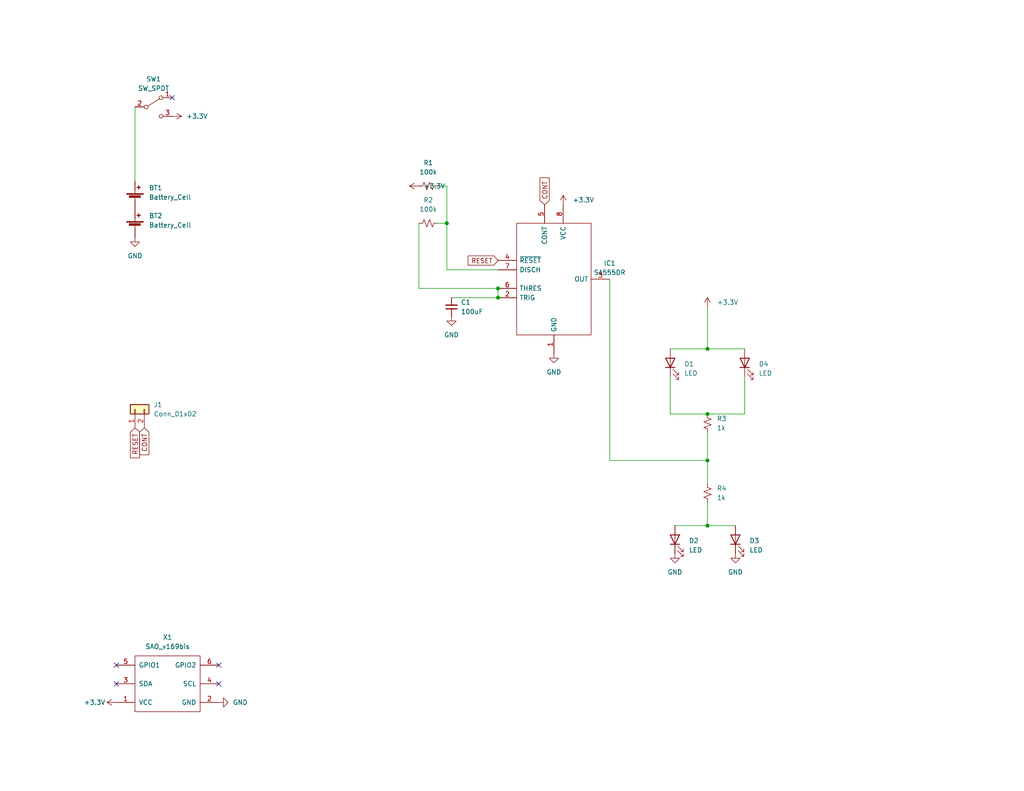
<source format=kicad_sch>
(kicad_sch (version 20211123) (generator eeschema)

  (uuid f5261355-6239-4f6d-9d25-d9a09e5e3f18)

  (paper "USLetter")

  (title_block
    (title "SANS Hackfest")
    (date "2022-10-01")
    (rev "Rev0")
    (company "BadgePirates")
    (comment 1 "555 timer")
  )

  (lib_symbols
    (symbol "BadgePiratesSymbols:Badgelife_sao_connector_v169bis" (pin_names (offset 1.016)) (in_bom yes) (on_board yes)
      (property "Reference" "X" (id 0) (at 0 0 0)
        (effects (font (size 1.27 1.27)))
      )
      (property "Value" "Badgelife_sao_connector_v169bis" (id 1) (at 0 20.32 0)
        (effects (font (size 1.27 1.27)))
      )
      (property "Footprint" "" (id 2) (at 0 5.08 0)
        (effects (font (size 1.27 1.27)) hide)
      )
      (property "Datasheet" "" (id 3) (at 0 5.08 0)
        (effects (font (size 1.27 1.27)) hide)
      )
      (symbol "Badgelife_sao_connector_v169bis_0_1"
        (rectangle (start -7.62 8.89) (end 7.62 -8.89)
          (stroke (width 0) (type default) (color 0 0 0 0))
          (fill (type none))
        )
      )
      (symbol "Badgelife_sao_connector_v169bis_1_1"
        (pin input line (at -5.08 13.97 270) (length 5.08)
          (name "VCC" (effects (font (size 1.27 1.27))))
          (number "1" (effects (font (size 1.27 1.27))))
        )
        (pin input line (at -5.08 -13.97 90) (length 5.08)
          (name "GND" (effects (font (size 1.27 1.27))))
          (number "2" (effects (font (size 1.27 1.27))))
        )
        (pin input line (at 0 13.97 270) (length 5.08)
          (name "SDA" (effects (font (size 1.27 1.27))))
          (number "3" (effects (font (size 1.27 1.27))))
        )
        (pin input line (at 0 -13.97 90) (length 5.08)
          (name "SCL" (effects (font (size 1.27 1.27))))
          (number "4" (effects (font (size 1.27 1.27))))
        )
        (pin input line (at 5.08 13.97 270) (length 5.08)
          (name "GPIO1" (effects (font (size 1.27 1.27))))
          (number "5" (effects (font (size 1.27 1.27))))
        )
        (pin input line (at 5.08 -13.97 90) (length 5.08)
          (name "GPIO2" (effects (font (size 1.27 1.27))))
          (number "6" (effects (font (size 1.27 1.27))))
        )
      )
    )
    (symbol "BadgePiratesSymbols:NE555DR" (pin_names (offset 0.762)) (in_bom yes) (on_board yes)
      (property "Reference" "IC" (id 0) (at 26.67 15.24 0)
        (effects (font (size 1.27 1.27)) (justify left))
      )
      (property "Value" "NE555DR" (id 1) (at 26.67 12.7 0)
        (effects (font (size 1.27 1.27)) (justify left))
      )
      (property "Footprint" "SOIC127P600X175-8N" (id 2) (at 26.67 10.16 0)
        (effects (font (size 1.27 1.27)) (justify left) hide)
      )
      (property "Datasheet" "http://www.ti.com/lit/ds/symlink/ne555.pdf" (id 3) (at 26.67 7.62 0)
        (effects (font (size 1.27 1.27)) (justify left) hide)
      )
      (property "Description" "Single Precision Timer" (id 4) (at 26.67 5.08 0)
        (effects (font (size 1.27 1.27)) (justify left) hide)
      )
      (property "Height" "1.75" (id 5) (at 26.67 2.54 0)
        (effects (font (size 1.27 1.27)) (justify left) hide)
      )
      (property "Manufacturer_Name" "Texas Instruments" (id 6) (at 26.67 0 0)
        (effects (font (size 1.27 1.27)) (justify left) hide)
      )
      (property "Manufacturer_Part_Number" "NE555DR" (id 7) (at 26.67 -2.54 0)
        (effects (font (size 1.27 1.27)) (justify left) hide)
      )
      (property "Mouser Part Number" "595-NE555DR" (id 8) (at 26.67 -5.08 0)
        (effects (font (size 1.27 1.27)) (justify left) hide)
      )
      (property "Mouser Price/Stock" "https://www.mouser.com/Search/Refine.aspx?Keyword=595-NE555DR" (id 9) (at 26.67 -7.62 0)
        (effects (font (size 1.27 1.27)) (justify left) hide)
      )
      (property "RS Part Number" "1218414" (id 10) (at 26.67 -10.16 0)
        (effects (font (size 1.27 1.27)) (justify left) hide)
      )
      (property "RS Price/Stock" "http//uk.rs-online.com/web/p/products/1218414" (id 11) (at 26.67 -12.7 0)
        (effects (font (size 1.27 1.27)) (justify left) hide)
      )
      (symbol "NE555DR_0_0"
        (pin bidirectional line (at 15.24 -25.4 90) (length 5.08)
          (name "GND" (effects (font (size 1.27 1.27))))
          (number "1" (effects (font (size 1.27 1.27))))
        )
        (pin bidirectional line (at 0 -10.16 0) (length 5.08)
          (name "TRIG" (effects (font (size 1.27 1.27))))
          (number "2" (effects (font (size 1.27 1.27))))
        )
        (pin bidirectional line (at 30.48 -5.08 180) (length 5.08)
          (name "OUT" (effects (font (size 1.27 1.27))))
          (number "3" (effects (font (size 1.27 1.27))))
        )
        (pin bidirectional line (at 0 0 0) (length 5.08)
          (name "~{RESET}" (effects (font (size 1.27 1.27))))
          (number "4" (effects (font (size 1.27 1.27))))
        )
        (pin bidirectional line (at 12.7 15.24 270) (length 5.08)
          (name "CONT" (effects (font (size 1.27 1.27))))
          (number "5" (effects (font (size 1.27 1.27))))
        )
        (pin bidirectional line (at 0 -7.62 0) (length 5.08)
          (name "THRES" (effects (font (size 1.27 1.27))))
          (number "6" (effects (font (size 1.27 1.27))))
        )
        (pin bidirectional line (at 0 -2.54 0) (length 5.08)
          (name "DISCH" (effects (font (size 1.27 1.27))))
          (number "7" (effects (font (size 1.27 1.27))))
        )
        (pin bidirectional line (at 17.78 15.24 270) (length 5.08)
          (name "VCC" (effects (font (size 1.27 1.27))))
          (number "8" (effects (font (size 1.27 1.27))))
        )
      )
      (symbol "NE555DR_0_1"
        (polyline
          (pts
            (xy 5.08 10.16)
            (xy 25.4 10.16)
            (xy 25.4 -20.32)
            (xy 5.08 -20.32)
            (xy 5.08 10.16)
          )
          (stroke (width 0.1524) (type default) (color 0 0 0 0))
          (fill (type none))
        )
      )
    )
    (symbol "Connector_Generic:Conn_01x02" (pin_names (offset 1.016) hide) (in_bom yes) (on_board yes)
      (property "Reference" "J" (id 0) (at 0 2.54 0)
        (effects (font (size 1.27 1.27)))
      )
      (property "Value" "Conn_01x02" (id 1) (at 0 -5.08 0)
        (effects (font (size 1.27 1.27)))
      )
      (property "Footprint" "" (id 2) (at 0 0 0)
        (effects (font (size 1.27 1.27)) hide)
      )
      (property "Datasheet" "~" (id 3) (at 0 0 0)
        (effects (font (size 1.27 1.27)) hide)
      )
      (property "ki_keywords" "connector" (id 4) (at 0 0 0)
        (effects (font (size 1.27 1.27)) hide)
      )
      (property "ki_description" "Generic connector, single row, 01x02, script generated (kicad-library-utils/schlib/autogen/connector/)" (id 5) (at 0 0 0)
        (effects (font (size 1.27 1.27)) hide)
      )
      (property "ki_fp_filters" "Connector*:*_1x??_*" (id 6) (at 0 0 0)
        (effects (font (size 1.27 1.27)) hide)
      )
      (symbol "Conn_01x02_1_1"
        (rectangle (start -1.27 -2.413) (end 0 -2.667)
          (stroke (width 0.1524) (type default) (color 0 0 0 0))
          (fill (type none))
        )
        (rectangle (start -1.27 0.127) (end 0 -0.127)
          (stroke (width 0.1524) (type default) (color 0 0 0 0))
          (fill (type none))
        )
        (rectangle (start -1.27 1.27) (end 1.27 -3.81)
          (stroke (width 0.254) (type default) (color 0 0 0 0))
          (fill (type background))
        )
        (pin passive line (at -5.08 0 0) (length 3.81)
          (name "Pin_1" (effects (font (size 1.27 1.27))))
          (number "1" (effects (font (size 1.27 1.27))))
        )
        (pin passive line (at -5.08 -2.54 0) (length 3.81)
          (name "Pin_2" (effects (font (size 1.27 1.27))))
          (number "2" (effects (font (size 1.27 1.27))))
        )
      )
    )
    (symbol "Device:Battery_Cell" (pin_numbers hide) (pin_names (offset 0) hide) (in_bom yes) (on_board yes)
      (property "Reference" "BT" (id 0) (at 2.54 2.54 0)
        (effects (font (size 1.27 1.27)) (justify left))
      )
      (property "Value" "Battery_Cell" (id 1) (at 2.54 0 0)
        (effects (font (size 1.27 1.27)) (justify left))
      )
      (property "Footprint" "" (id 2) (at 0 1.524 90)
        (effects (font (size 1.27 1.27)) hide)
      )
      (property "Datasheet" "~" (id 3) (at 0 1.524 90)
        (effects (font (size 1.27 1.27)) hide)
      )
      (property "ki_keywords" "battery cell" (id 4) (at 0 0 0)
        (effects (font (size 1.27 1.27)) hide)
      )
      (property "ki_description" "Single-cell battery" (id 5) (at 0 0 0)
        (effects (font (size 1.27 1.27)) hide)
      )
      (symbol "Battery_Cell_0_1"
        (rectangle (start -2.286 1.778) (end 2.286 1.524)
          (stroke (width 0) (type default) (color 0 0 0 0))
          (fill (type outline))
        )
        (rectangle (start -1.5748 1.1938) (end 1.4732 0.6858)
          (stroke (width 0) (type default) (color 0 0 0 0))
          (fill (type outline))
        )
        (polyline
          (pts
            (xy 0 0.762)
            (xy 0 0)
          )
          (stroke (width 0) (type default) (color 0 0 0 0))
          (fill (type none))
        )
        (polyline
          (pts
            (xy 0 1.778)
            (xy 0 2.54)
          )
          (stroke (width 0) (type default) (color 0 0 0 0))
          (fill (type none))
        )
        (polyline
          (pts
            (xy 0.508 3.429)
            (xy 1.524 3.429)
          )
          (stroke (width 0.254) (type default) (color 0 0 0 0))
          (fill (type none))
        )
        (polyline
          (pts
            (xy 1.016 3.937)
            (xy 1.016 2.921)
          )
          (stroke (width 0.254) (type default) (color 0 0 0 0))
          (fill (type none))
        )
      )
      (symbol "Battery_Cell_1_1"
        (pin passive line (at 0 5.08 270) (length 2.54)
          (name "+" (effects (font (size 1.27 1.27))))
          (number "1" (effects (font (size 1.27 1.27))))
        )
        (pin passive line (at 0 -2.54 90) (length 2.54)
          (name "-" (effects (font (size 1.27 1.27))))
          (number "2" (effects (font (size 1.27 1.27))))
        )
      )
    )
    (symbol "Device:C_Small" (pin_numbers hide) (pin_names (offset 0.254) hide) (in_bom yes) (on_board yes)
      (property "Reference" "C" (id 0) (at 0.254 1.778 0)
        (effects (font (size 1.27 1.27)) (justify left))
      )
      (property "Value" "C_Small" (id 1) (at 0.254 -2.032 0)
        (effects (font (size 1.27 1.27)) (justify left))
      )
      (property "Footprint" "" (id 2) (at 0 0 0)
        (effects (font (size 1.27 1.27)) hide)
      )
      (property "Datasheet" "~" (id 3) (at 0 0 0)
        (effects (font (size 1.27 1.27)) hide)
      )
      (property "ki_keywords" "capacitor cap" (id 4) (at 0 0 0)
        (effects (font (size 1.27 1.27)) hide)
      )
      (property "ki_description" "Unpolarized capacitor, small symbol" (id 5) (at 0 0 0)
        (effects (font (size 1.27 1.27)) hide)
      )
      (property "ki_fp_filters" "C_*" (id 6) (at 0 0 0)
        (effects (font (size 1.27 1.27)) hide)
      )
      (symbol "C_Small_0_1"
        (polyline
          (pts
            (xy -1.524 -0.508)
            (xy 1.524 -0.508)
          )
          (stroke (width 0.3302) (type default) (color 0 0 0 0))
          (fill (type none))
        )
        (polyline
          (pts
            (xy -1.524 0.508)
            (xy 1.524 0.508)
          )
          (stroke (width 0.3048) (type default) (color 0 0 0 0))
          (fill (type none))
        )
      )
      (symbol "C_Small_1_1"
        (pin passive line (at 0 2.54 270) (length 2.032)
          (name "~" (effects (font (size 1.27 1.27))))
          (number "1" (effects (font (size 1.27 1.27))))
        )
        (pin passive line (at 0 -2.54 90) (length 2.032)
          (name "~" (effects (font (size 1.27 1.27))))
          (number "2" (effects (font (size 1.27 1.27))))
        )
      )
    )
    (symbol "Device:LED" (pin_numbers hide) (pin_names (offset 1.016) hide) (in_bom yes) (on_board yes)
      (property "Reference" "D" (id 0) (at 0 2.54 0)
        (effects (font (size 1.27 1.27)))
      )
      (property "Value" "LED" (id 1) (at 0 -2.54 0)
        (effects (font (size 1.27 1.27)))
      )
      (property "Footprint" "" (id 2) (at 0 0 0)
        (effects (font (size 1.27 1.27)) hide)
      )
      (property "Datasheet" "~" (id 3) (at 0 0 0)
        (effects (font (size 1.27 1.27)) hide)
      )
      (property "ki_keywords" "LED diode" (id 4) (at 0 0 0)
        (effects (font (size 1.27 1.27)) hide)
      )
      (property "ki_description" "Light emitting diode" (id 5) (at 0 0 0)
        (effects (font (size 1.27 1.27)) hide)
      )
      (property "ki_fp_filters" "LED* LED_SMD:* LED_THT:*" (id 6) (at 0 0 0)
        (effects (font (size 1.27 1.27)) hide)
      )
      (symbol "LED_0_1"
        (polyline
          (pts
            (xy -1.27 -1.27)
            (xy -1.27 1.27)
          )
          (stroke (width 0.254) (type default) (color 0 0 0 0))
          (fill (type none))
        )
        (polyline
          (pts
            (xy -1.27 0)
            (xy 1.27 0)
          )
          (stroke (width 0) (type default) (color 0 0 0 0))
          (fill (type none))
        )
        (polyline
          (pts
            (xy 1.27 -1.27)
            (xy 1.27 1.27)
            (xy -1.27 0)
            (xy 1.27 -1.27)
          )
          (stroke (width 0.254) (type default) (color 0 0 0 0))
          (fill (type none))
        )
        (polyline
          (pts
            (xy -3.048 -0.762)
            (xy -4.572 -2.286)
            (xy -3.81 -2.286)
            (xy -4.572 -2.286)
            (xy -4.572 -1.524)
          )
          (stroke (width 0) (type default) (color 0 0 0 0))
          (fill (type none))
        )
        (polyline
          (pts
            (xy -1.778 -0.762)
            (xy -3.302 -2.286)
            (xy -2.54 -2.286)
            (xy -3.302 -2.286)
            (xy -3.302 -1.524)
          )
          (stroke (width 0) (type default) (color 0 0 0 0))
          (fill (type none))
        )
      )
      (symbol "LED_1_1"
        (pin passive line (at -3.81 0 0) (length 2.54)
          (name "K" (effects (font (size 1.27 1.27))))
          (number "1" (effects (font (size 1.27 1.27))))
        )
        (pin passive line (at 3.81 0 180) (length 2.54)
          (name "A" (effects (font (size 1.27 1.27))))
          (number "2" (effects (font (size 1.27 1.27))))
        )
      )
    )
    (symbol "Device:R_Small_US" (pin_numbers hide) (pin_names (offset 0.254) hide) (in_bom yes) (on_board yes)
      (property "Reference" "R" (id 0) (at 0.762 0.508 0)
        (effects (font (size 1.27 1.27)) (justify left))
      )
      (property "Value" "R_Small_US" (id 1) (at 0.762 -1.016 0)
        (effects (font (size 1.27 1.27)) (justify left))
      )
      (property "Footprint" "" (id 2) (at 0 0 0)
        (effects (font (size 1.27 1.27)) hide)
      )
      (property "Datasheet" "~" (id 3) (at 0 0 0)
        (effects (font (size 1.27 1.27)) hide)
      )
      (property "ki_keywords" "r resistor" (id 4) (at 0 0 0)
        (effects (font (size 1.27 1.27)) hide)
      )
      (property "ki_description" "Resistor, small US symbol" (id 5) (at 0 0 0)
        (effects (font (size 1.27 1.27)) hide)
      )
      (property "ki_fp_filters" "R_*" (id 6) (at 0 0 0)
        (effects (font (size 1.27 1.27)) hide)
      )
      (symbol "R_Small_US_1_1"
        (polyline
          (pts
            (xy 0 0)
            (xy 1.016 -0.381)
            (xy 0 -0.762)
            (xy -1.016 -1.143)
            (xy 0 -1.524)
          )
          (stroke (width 0) (type default) (color 0 0 0 0))
          (fill (type none))
        )
        (polyline
          (pts
            (xy 0 1.524)
            (xy 1.016 1.143)
            (xy 0 0.762)
            (xy -1.016 0.381)
            (xy 0 0)
          )
          (stroke (width 0) (type default) (color 0 0 0 0))
          (fill (type none))
        )
        (pin passive line (at 0 2.54 270) (length 1.016)
          (name "~" (effects (font (size 1.27 1.27))))
          (number "1" (effects (font (size 1.27 1.27))))
        )
        (pin passive line (at 0 -2.54 90) (length 1.016)
          (name "~" (effects (font (size 1.27 1.27))))
          (number "2" (effects (font (size 1.27 1.27))))
        )
      )
    )
    (symbol "Switch:SW_SPDT" (pin_names (offset 0) hide) (in_bom yes) (on_board yes)
      (property "Reference" "SW" (id 0) (at 0 4.318 0)
        (effects (font (size 1.27 1.27)))
      )
      (property "Value" "SW_SPDT" (id 1) (at 0 -5.08 0)
        (effects (font (size 1.27 1.27)))
      )
      (property "Footprint" "" (id 2) (at 0 0 0)
        (effects (font (size 1.27 1.27)) hide)
      )
      (property "Datasheet" "~" (id 3) (at 0 0 0)
        (effects (font (size 1.27 1.27)) hide)
      )
      (property "ki_keywords" "switch single-pole double-throw spdt ON-ON" (id 4) (at 0 0 0)
        (effects (font (size 1.27 1.27)) hide)
      )
      (property "ki_description" "Switch, single pole double throw" (id 5) (at 0 0 0)
        (effects (font (size 1.27 1.27)) hide)
      )
      (symbol "SW_SPDT_0_0"
        (circle (center -2.032 0) (radius 0.508)
          (stroke (width 0) (type default) (color 0 0 0 0))
          (fill (type none))
        )
        (circle (center 2.032 -2.54) (radius 0.508)
          (stroke (width 0) (type default) (color 0 0 0 0))
          (fill (type none))
        )
      )
      (symbol "SW_SPDT_0_1"
        (polyline
          (pts
            (xy -1.524 0.254)
            (xy 1.651 2.286)
          )
          (stroke (width 0) (type default) (color 0 0 0 0))
          (fill (type none))
        )
        (circle (center 2.032 2.54) (radius 0.508)
          (stroke (width 0) (type default) (color 0 0 0 0))
          (fill (type none))
        )
      )
      (symbol "SW_SPDT_1_1"
        (pin passive line (at 5.08 2.54 180) (length 2.54)
          (name "A" (effects (font (size 1.27 1.27))))
          (number "1" (effects (font (size 1.27 1.27))))
        )
        (pin passive line (at -5.08 0 0) (length 2.54)
          (name "B" (effects (font (size 1.27 1.27))))
          (number "2" (effects (font (size 1.27 1.27))))
        )
        (pin passive line (at 5.08 -2.54 180) (length 2.54)
          (name "C" (effects (font (size 1.27 1.27))))
          (number "3" (effects (font (size 1.27 1.27))))
        )
      )
    )
    (symbol "power:+3.3V" (power) (pin_names (offset 0)) (in_bom yes) (on_board yes)
      (property "Reference" "#PWR" (id 0) (at 0 -3.81 0)
        (effects (font (size 1.27 1.27)) hide)
      )
      (property "Value" "+3.3V" (id 1) (at 0 3.556 0)
        (effects (font (size 1.27 1.27)))
      )
      (property "Footprint" "" (id 2) (at 0 0 0)
        (effects (font (size 1.27 1.27)) hide)
      )
      (property "Datasheet" "" (id 3) (at 0 0 0)
        (effects (font (size 1.27 1.27)) hide)
      )
      (property "ki_keywords" "power-flag" (id 4) (at 0 0 0)
        (effects (font (size 1.27 1.27)) hide)
      )
      (property "ki_description" "Power symbol creates a global label with name \"+3.3V\"" (id 5) (at 0 0 0)
        (effects (font (size 1.27 1.27)) hide)
      )
      (symbol "+3.3V_0_1"
        (polyline
          (pts
            (xy -0.762 1.27)
            (xy 0 2.54)
          )
          (stroke (width 0) (type default) (color 0 0 0 0))
          (fill (type none))
        )
        (polyline
          (pts
            (xy 0 0)
            (xy 0 2.54)
          )
          (stroke (width 0) (type default) (color 0 0 0 0))
          (fill (type none))
        )
        (polyline
          (pts
            (xy 0 2.54)
            (xy 0.762 1.27)
          )
          (stroke (width 0) (type default) (color 0 0 0 0))
          (fill (type none))
        )
      )
      (symbol "+3.3V_1_1"
        (pin power_in line (at 0 0 90) (length 0) hide
          (name "+3.3V" (effects (font (size 1.27 1.27))))
          (number "1" (effects (font (size 1.27 1.27))))
        )
      )
    )
    (symbol "power:GND" (power) (pin_names (offset 0)) (in_bom yes) (on_board yes)
      (property "Reference" "#PWR" (id 0) (at 0 -6.35 0)
        (effects (font (size 1.27 1.27)) hide)
      )
      (property "Value" "GND" (id 1) (at 0 -3.81 0)
        (effects (font (size 1.27 1.27)))
      )
      (property "Footprint" "" (id 2) (at 0 0 0)
        (effects (font (size 1.27 1.27)) hide)
      )
      (property "Datasheet" "" (id 3) (at 0 0 0)
        (effects (font (size 1.27 1.27)) hide)
      )
      (property "ki_keywords" "power-flag" (id 4) (at 0 0 0)
        (effects (font (size 1.27 1.27)) hide)
      )
      (property "ki_description" "Power symbol creates a global label with name \"GND\" , ground" (id 5) (at 0 0 0)
        (effects (font (size 1.27 1.27)) hide)
      )
      (symbol "GND_0_1"
        (polyline
          (pts
            (xy 0 0)
            (xy 0 -1.27)
            (xy 1.27 -1.27)
            (xy 0 -2.54)
            (xy -1.27 -1.27)
            (xy 0 -1.27)
          )
          (stroke (width 0) (type default) (color 0 0 0 0))
          (fill (type none))
        )
      )
      (symbol "GND_1_1"
        (pin power_in line (at 0 0 270) (length 0) hide
          (name "GND" (effects (font (size 1.27 1.27))))
          (number "1" (effects (font (size 1.27 1.27))))
        )
      )
    )
  )

  (junction (at 121.92 60.96) (diameter 0) (color 0 0 0 0)
    (uuid 103b6b3a-8fca-45ae-98ac-f0513207b83c)
  )
  (junction (at 193.04 113.03) (diameter 0) (color 0 0 0 0)
    (uuid 34a9c596-2580-4434-b660-4d57367a8035)
  )
  (junction (at 193.04 143.51) (diameter 0) (color 0 0 0 0)
    (uuid 38a75c7c-6603-4de5-8e56-f8203faf5814)
  )
  (junction (at 135.89 81.28) (diameter 0) (color 0 0 0 0)
    (uuid 5fd97f85-d893-4da8-8803-4c1493d8db0e)
  )
  (junction (at 193.04 125.73) (diameter 0) (color 0 0 0 0)
    (uuid 91af674e-08d5-4784-8577-752f2068534d)
  )
  (junction (at 135.89 78.74) (diameter 0) (color 0 0 0 0)
    (uuid e97fce06-56af-4e45-afea-104f0d6ce0fb)
  )
  (junction (at 193.04 95.25) (diameter 0) (color 0 0 0 0)
    (uuid f6a13c76-b18f-4e34-86ce-db76aeff6789)
  )

  (no_connect (at 31.75 186.69) (uuid 0f4d7f47-fa70-4198-ab8d-a45e836ee66c))
  (no_connect (at 59.69 186.69) (uuid 0f4d7f47-fa70-4198-ab8d-a45e836ee66d))
  (no_connect (at 31.75 181.61) (uuid 0f4d7f47-fa70-4198-ab8d-a45e836ee66e))
  (no_connect (at 59.69 181.61) (uuid 0f4d7f47-fa70-4198-ab8d-a45e836ee66f))
  (no_connect (at 46.99 26.67) (uuid b451ef02-763a-4736-b1db-200a9d3f41f3))

  (wire (pts (xy 193.04 125.73) (xy 193.04 132.08))
    (stroke (width 0) (type default) (color 0 0 0 0))
    (uuid 0fef0b2f-4279-4e24-8b63-92de956115cb)
  )
  (wire (pts (xy 135.89 73.66) (xy 121.92 73.66))
    (stroke (width 0) (type default) (color 0 0 0 0))
    (uuid 29a4bb6f-c167-43e5-8e93-ff9d32e4746d)
  )
  (wire (pts (xy 114.3 78.74) (xy 135.89 78.74))
    (stroke (width 0) (type default) (color 0 0 0 0))
    (uuid 3d6cd3d3-9032-4952-bc44-ae355e3f46c4)
  )
  (wire (pts (xy 182.88 95.25) (xy 193.04 95.25))
    (stroke (width 0) (type default) (color 0 0 0 0))
    (uuid 43d5924a-efd8-4916-a753-28c763ad8391)
  )
  (wire (pts (xy 203.2 113.03) (xy 193.04 113.03))
    (stroke (width 0) (type default) (color 0 0 0 0))
    (uuid 4c5e4c55-acaa-4dca-8610-a7e3533e4bd8)
  )
  (wire (pts (xy 184.15 143.51) (xy 193.04 143.51))
    (stroke (width 0) (type default) (color 0 0 0 0))
    (uuid 5194534c-f354-466a-a8fc-ec0d52a80f5e)
  )
  (wire (pts (xy 119.38 60.96) (xy 121.92 60.96))
    (stroke (width 0) (type default) (color 0 0 0 0))
    (uuid 51e1a2e2-d878-4cb2-8fe2-3c051a08911f)
  )
  (wire (pts (xy 193.04 83.82) (xy 193.04 95.25))
    (stroke (width 0) (type default) (color 0 0 0 0))
    (uuid 56d77f08-a596-4b4a-8e17-30319a03308e)
  )
  (wire (pts (xy 166.37 125.73) (xy 193.04 125.73))
    (stroke (width 0) (type default) (color 0 0 0 0))
    (uuid 667c5ee0-ac2a-4283-83e4-5717c56034d5)
  )
  (wire (pts (xy 114.3 60.96) (xy 114.3 78.74))
    (stroke (width 0) (type default) (color 0 0 0 0))
    (uuid 68dc059d-21d8-482a-85eb-df2a953062f6)
  )
  (wire (pts (xy 166.37 125.73) (xy 166.37 76.2))
    (stroke (width 0) (type default) (color 0 0 0 0))
    (uuid 74c6ac56-87c0-4c7d-8880-3c9d588a95dd)
  )
  (wire (pts (xy 119.38 50.8) (xy 121.92 50.8))
    (stroke (width 0) (type default) (color 0 0 0 0))
    (uuid 78854d9c-43f5-4d8a-b8fa-05f9bf56be72)
  )
  (wire (pts (xy 135.89 78.74) (xy 135.89 81.28))
    (stroke (width 0) (type default) (color 0 0 0 0))
    (uuid 78a3d600-a91f-4d8a-aa86-526e3d4d5ec0)
  )
  (wire (pts (xy 193.04 143.51) (xy 200.66 143.51))
    (stroke (width 0) (type default) (color 0 0 0 0))
    (uuid 88ae667d-6405-4734-8ecb-eff9e341a635)
  )
  (wire (pts (xy 123.19 81.28) (xy 135.89 81.28))
    (stroke (width 0) (type default) (color 0 0 0 0))
    (uuid 9e90151f-b928-43b6-bb3e-0f675cc41f45)
  )
  (wire (pts (xy 193.04 95.25) (xy 203.2 95.25))
    (stroke (width 0) (type default) (color 0 0 0 0))
    (uuid a82fd2d6-a12b-4700-92d5-05762664daeb)
  )
  (wire (pts (xy 121.92 73.66) (xy 121.92 60.96))
    (stroke (width 0) (type default) (color 0 0 0 0))
    (uuid aade0f80-0cd1-4978-a61a-a5389597d73f)
  )
  (wire (pts (xy 193.04 137.16) (xy 193.04 143.51))
    (stroke (width 0) (type default) (color 0 0 0 0))
    (uuid bebbfc4f-798b-4515-ac98-550693d35e48)
  )
  (wire (pts (xy 182.88 113.03) (xy 193.04 113.03))
    (stroke (width 0) (type default) (color 0 0 0 0))
    (uuid bfc333f3-cd0f-4c84-a41b-de2222309f96)
  )
  (wire (pts (xy 193.04 118.11) (xy 193.04 125.73))
    (stroke (width 0) (type default) (color 0 0 0 0))
    (uuid cc2742e0-fb23-489f-9b4a-ab34f51f6fa6)
  )
  (wire (pts (xy 203.2 102.87) (xy 203.2 113.03))
    (stroke (width 0) (type default) (color 0 0 0 0))
    (uuid e2c6a2f7-868f-4041-91dd-9aeccf53b573)
  )
  (wire (pts (xy 36.83 29.21) (xy 36.83 49.53))
    (stroke (width 0) (type default) (color 0 0 0 0))
    (uuid f5326342-f8d3-4760-b573-ba4a4ee0885a)
  )
  (wire (pts (xy 121.92 50.8) (xy 121.92 60.96))
    (stroke (width 0) (type default) (color 0 0 0 0))
    (uuid f6f9f701-5cbe-4fa5-9da4-3dca10d2de8b)
  )
  (wire (pts (xy 182.88 102.87) (xy 182.88 113.03))
    (stroke (width 0) (type default) (color 0 0 0 0))
    (uuid fb443923-a020-4380-9dc2-c1dd99d8d6c8)
  )

  (global_label "CONT" (shape input) (at 39.37 116.84 270) (fields_autoplaced)
    (effects (font (size 1.27 1.27)) (justify right))
    (uuid 428ccedb-2c61-4458-ba47-f7456c4f02ed)
    (property "Intersheet References" "${INTERSHEET_REFS}" (id 0) (at 39.4494 124.1517 90)
      (effects (font (size 1.27 1.27)) (justify right) hide)
    )
  )
  (global_label "CONT" (shape input) (at 148.59 55.88 90) (fields_autoplaced)
    (effects (font (size 1.27 1.27)) (justify left))
    (uuid adf15227-24d2-4012-a610-64d9ef5bc56f)
    (property "Intersheet References" "${INTERSHEET_REFS}" (id 0) (at 148.5106 48.5683 90)
      (effects (font (size 1.27 1.27)) (justify left) hide)
    )
  )
  (global_label "RESET" (shape input) (at 36.83 116.84 270) (fields_autoplaced)
    (effects (font (size 1.27 1.27)) (justify right))
    (uuid ea2a9661-146e-44c8-92dd-6f5152d674ca)
    (property "Intersheet References" "${INTERSHEET_REFS}" (id 0) (at 36.7506 124.9983 90)
      (effects (font (size 1.27 1.27)) (justify right) hide)
    )
  )
  (global_label "RESET" (shape input) (at 135.89 71.12 180) (fields_autoplaced)
    (effects (font (size 1.27 1.27)) (justify right))
    (uuid f2eff037-3127-4ece-b3f7-57006284f23a)
    (property "Intersheet References" "${INTERSHEET_REFS}" (id 0) (at 127.7317 71.0406 0)
      (effects (font (size 1.27 1.27)) (justify right) hide)
    )
  )

  (symbol (lib_id "power:+3.3V") (at 193.04 83.82 0) (unit 1)
    (in_bom yes) (on_board yes) (fields_autoplaced)
    (uuid 12d7cfeb-86a4-491d-a0ca-5a1a37a50794)
    (property "Reference" "#PWR010" (id 0) (at 193.04 87.63 0)
      (effects (font (size 1.27 1.27)) hide)
    )
    (property "Value" "+3.3V" (id 1) (at 195.58 82.5499 0)
      (effects (font (size 1.27 1.27)) (justify left))
    )
    (property "Footprint" "" (id 2) (at 193.04 83.82 0)
      (effects (font (size 1.27 1.27)) hide)
    )
    (property "Datasheet" "" (id 3) (at 193.04 83.82 0)
      (effects (font (size 1.27 1.27)) hide)
    )
    (pin "1" (uuid 3e7c7837-65a5-423a-a644-3b7627193cb9))
  )

  (symbol (lib_id "Device:LED") (at 182.88 99.06 90) (unit 1)
    (in_bom yes) (on_board yes) (fields_autoplaced)
    (uuid 15968309-204f-4cc1-97de-a0a309c04a46)
    (property "Reference" "D1" (id 0) (at 186.69 99.3774 90)
      (effects (font (size 1.27 1.27)) (justify right))
    )
    (property "Value" "LED" (id 1) (at 186.69 101.9174 90)
      (effects (font (size 1.27 1.27)) (justify right))
    )
    (property "Footprint" "BadgePirates:LED_Osram_Lx_P47F_D2mm_ReverseMount_Proper_Mask Only" (id 2) (at 182.88 99.06 0)
      (effects (font (size 1.27 1.27)) hide)
    )
    (property "Datasheet" "~" (id 3) (at 182.88 99.06 0)
      (effects (font (size 1.27 1.27)) hide)
    )
    (pin "1" (uuid af948bc1-e7f0-4438-b6cd-db2ceb5f69f1))
    (pin "2" (uuid cee8af28-c776-441b-9f4c-8ed571241d08))
  )

  (symbol (lib_id "Device:Battery_Cell") (at 36.83 54.61 0) (unit 1)
    (in_bom yes) (on_board yes) (fields_autoplaced)
    (uuid 203a7cd4-222d-4c06-9312-ba24df005a13)
    (property "Reference" "BT1" (id 0) (at 40.64 51.3079 0)
      (effects (font (size 1.27 1.27)) (justify left))
    )
    (property "Value" "Battery_Cell" (id 1) (at 40.64 53.8479 0)
      (effects (font (size 1.27 1.27)) (justify left))
    )
    (property "Footprint" "BadgePirates:BatteryHolder_MPD_BC2003_1x2032_Fixed" (id 2) (at 36.83 53.086 90)
      (effects (font (size 1.27 1.27)) hide)
    )
    (property "Datasheet" "~" (id 3) (at 36.83 53.086 90)
      (effects (font (size 1.27 1.27)) hide)
    )
    (pin "1" (uuid 8005b252-0bb8-4e7b-b8b1-66db25d481a5))
    (pin "2" (uuid 4852e7e5-ed8c-4a79-b55a-54ec3bd09b3b))
  )

  (symbol (lib_id "power:+3.3V") (at 31.75 191.77 90) (unit 1)
    (in_bom yes) (on_board yes)
    (uuid 211b9341-e451-43c0-9ce4-0efd1c626a07)
    (property "Reference" "#PWR01" (id 0) (at 35.56 191.77 0)
      (effects (font (size 1.27 1.27)) hide)
    )
    (property "Value" "+3.3V" (id 1) (at 22.86 191.77 90)
      (effects (font (size 1.27 1.27)) (justify right))
    )
    (property "Footprint" "" (id 2) (at 31.75 191.77 0)
      (effects (font (size 1.27 1.27)) hide)
    )
    (property "Datasheet" "" (id 3) (at 31.75 191.77 0)
      (effects (font (size 1.27 1.27)) hide)
    )
    (pin "1" (uuid 035ad394-c722-459d-8ac0-6dc80d2f1461))
  )

  (symbol (lib_id "power:GND") (at 59.69 191.77 90) (unit 1)
    (in_bom yes) (on_board yes) (fields_autoplaced)
    (uuid 2a0aff3b-ce85-4a70-9a27-0982385ccaee)
    (property "Reference" "#PWR04" (id 0) (at 66.04 191.77 0)
      (effects (font (size 1.27 1.27)) hide)
    )
    (property "Value" "GND" (id 1) (at 63.5 191.7699 90)
      (effects (font (size 1.27 1.27)) (justify right))
    )
    (property "Footprint" "" (id 2) (at 59.69 191.77 0)
      (effects (font (size 1.27 1.27)) hide)
    )
    (property "Datasheet" "" (id 3) (at 59.69 191.77 0)
      (effects (font (size 1.27 1.27)) hide)
    )
    (pin "1" (uuid 962c360a-6b72-49cb-b4c2-d6c9dc47feb5))
  )

  (symbol (lib_id "Device:R_Small_US") (at 116.84 60.96 90) (unit 1)
    (in_bom yes) (on_board yes) (fields_autoplaced)
    (uuid 2cb445c2-c7a9-421f-b038-82a3d702ff7c)
    (property "Reference" "R2" (id 0) (at 116.84 54.61 90))
    (property "Value" "100k" (id 1) (at 116.84 57.15 90))
    (property "Footprint" "BadgePirates:R_1206_3216Metric" (id 2) (at 116.84 60.96 0)
      (effects (font (size 1.27 1.27)) hide)
    )
    (property "Datasheet" "~" (id 3) (at 116.84 60.96 0)
      (effects (font (size 1.27 1.27)) hide)
    )
    (pin "1" (uuid 7d4fbbf3-ab28-43f1-b776-876c32fad06e))
    (pin "2" (uuid ce6080ad-69d1-4735-a4a9-720e124af8d9))
  )

  (symbol (lib_id "Device:R_Small_US") (at 193.04 115.57 0) (unit 1)
    (in_bom yes) (on_board yes) (fields_autoplaced)
    (uuid 376134dc-f4d7-44a7-b252-2364e2dfe9ba)
    (property "Reference" "R3" (id 0) (at 195.58 114.2999 0)
      (effects (font (size 1.27 1.27)) (justify left))
    )
    (property "Value" "1k" (id 1) (at 195.58 116.8399 0)
      (effects (font (size 1.27 1.27)) (justify left))
    )
    (property "Footprint" "BadgePirates:R_1206_3216Metric" (id 2) (at 193.04 115.57 0)
      (effects (font (size 1.27 1.27)) hide)
    )
    (property "Datasheet" "~" (id 3) (at 193.04 115.57 0)
      (effects (font (size 1.27 1.27)) hide)
    )
    (pin "1" (uuid 6fab91fa-3d1b-4067-ba61-10c600a5a01d))
    (pin "2" (uuid b9bc9bbb-6df2-4f70-9f77-a6ea52d05100))
  )

  (symbol (lib_id "power:+3.3V") (at 46.99 31.75 270) (unit 1)
    (in_bom yes) (on_board yes) (fields_autoplaced)
    (uuid 3fa89242-fc25-4490-879e-7d62cbaf9308)
    (property "Reference" "#PWR03" (id 0) (at 43.18 31.75 0)
      (effects (font (size 1.27 1.27)) hide)
    )
    (property "Value" "+3.3V" (id 1) (at 50.8 31.7499 90)
      (effects (font (size 1.27 1.27)) (justify left))
    )
    (property "Footprint" "" (id 2) (at 46.99 31.75 0)
      (effects (font (size 1.27 1.27)) hide)
    )
    (property "Datasheet" "" (id 3) (at 46.99 31.75 0)
      (effects (font (size 1.27 1.27)) hide)
    )
    (pin "1" (uuid 66753f27-5a07-4a86-9fd2-76c69ae0f4be))
  )

  (symbol (lib_id "BadgePiratesSymbols:NE555DR") (at 135.89 71.12 0) (unit 1)
    (in_bom yes) (on_board yes) (fields_autoplaced)
    (uuid 515ce89e-5971-440c-af18-de3ff0156d8f)
    (property "Reference" "IC1" (id 0) (at 166.37 71.8693 0))
    (property "Value" "SA555DR" (id 1) (at 166.37 74.4093 0))
    (property "Footprint" "BadgePirates:SOIC-8-1EP_W3.9mm" (id 2) (at 162.56 60.96 0)
      (effects (font (size 1.27 1.27)) (justify left) hide)
    )
    (property "Datasheet" "http://www.ti.com/lit/ds/symlink/ne555.pdf" (id 3) (at 162.56 63.5 0)
      (effects (font (size 1.27 1.27)) (justify left) hide)
    )
    (property "Description" "Single Precision Timer" (id 4) (at 162.56 66.04 0)
      (effects (font (size 1.27 1.27)) (justify left) hide)
    )
    (property "Height" "1.75" (id 5) (at 162.56 68.58 0)
      (effects (font (size 1.27 1.27)) (justify left) hide)
    )
    (property "Manufacturer_Name" "Texas Instruments" (id 6) (at 162.56 71.12 0)
      (effects (font (size 1.27 1.27)) (justify left) hide)
    )
    (property "Manufacturer_Part_Number" "NE555DR" (id 7) (at 162.56 73.66 0)
      (effects (font (size 1.27 1.27)) (justify left) hide)
    )
    (property "Mouser Part Number" "595-NE555DR" (id 8) (at 162.56 76.2 0)
      (effects (font (size 1.27 1.27)) (justify left) hide)
    )
    (property "Mouser Price/Stock" "https://www.mouser.com/Search/Refine.aspx?Keyword=595-NE555DR" (id 9) (at 162.56 78.74 0)
      (effects (font (size 1.27 1.27)) (justify left) hide)
    )
    (property "RS Part Number" "1218414" (id 10) (at 162.56 81.28 0)
      (effects (font (size 1.27 1.27)) (justify left) hide)
    )
    (property "RS Price/Stock" "http//uk.rs-online.com/web/p/products/1218414" (id 11) (at 162.56 83.82 0)
      (effects (font (size 1.27 1.27)) (justify left) hide)
    )
    (pin "1" (uuid 5a0f0f36-bd6a-4557-81e7-123c6c03aaf9))
    (pin "2" (uuid 8b619e18-6e88-41b3-b2cd-ba7d314a62b6))
    (pin "3" (uuid 598979d2-1f18-4f2f-9881-0a0a0a118ef9))
    (pin "4" (uuid 3badfc55-06d8-47ff-88ea-346214e0d778))
    (pin "5" (uuid 7d2f3b9a-7aea-48d0-b64f-ffbb60db1736))
    (pin "6" (uuid d7abeb77-c7c9-4042-8705-8d289429fcf1))
    (pin "7" (uuid 3d7f38af-331f-4f14-9715-bd1a8a70bd1b))
    (pin "8" (uuid 5b361f94-b296-4ac5-a6e3-56ab39ad25f8))
  )

  (symbol (lib_id "Device:C_Small") (at 123.19 83.82 180) (unit 1)
    (in_bom yes) (on_board yes) (fields_autoplaced)
    (uuid 5c506814-c51d-4d7f-a54c-c86cc21a27c3)
    (property "Reference" "C1" (id 0) (at 125.73 82.5435 0)
      (effects (font (size 1.27 1.27)) (justify right))
    )
    (property "Value" "100uF" (id 1) (at 125.73 85.0835 0)
      (effects (font (size 1.27 1.27)) (justify right))
    )
    (property "Footprint" "BadgePirates:C_0805_2012Metric" (id 2) (at 123.19 83.82 0)
      (effects (font (size 1.27 1.27)) hide)
    )
    (property "Datasheet" "~" (id 3) (at 123.19 83.82 0)
      (effects (font (size 1.27 1.27)) hide)
    )
    (pin "1" (uuid 95879ff1-d8b3-4fa4-8e08-c28cae9fc70d))
    (pin "2" (uuid 38f442c6-a991-4768-954c-0c4a6695c168))
  )

  (symbol (lib_id "Switch:SW_SPDT") (at 41.91 29.21 0) (unit 1)
    (in_bom yes) (on_board yes) (fields_autoplaced)
    (uuid 6bfdf05c-05fd-4e8f-a9e4-66e58f25820f)
    (property "Reference" "SW1" (id 0) (at 41.91 21.59 0))
    (property "Value" "SW_SPDT" (id 1) (at 41.91 24.13 0))
    (property "Footprint" "BadgePirates:SW_SPDT_PCM12" (id 2) (at 41.91 29.21 0)
      (effects (font (size 1.27 1.27)) hide)
    )
    (property "Datasheet" "~" (id 3) (at 41.91 29.21 0)
      (effects (font (size 1.27 1.27)) hide)
    )
    (pin "1" (uuid e8cac200-5a19-41e2-98d2-32d0738cc5ed))
    (pin "2" (uuid 8c0da9ed-9b63-4ddb-b2a6-0d36bef4f397))
    (pin "3" (uuid ce210393-a7ba-4b5c-8db1-b0fd40561cdd))
  )

  (symbol (lib_id "Device:R_Small_US") (at 193.04 134.62 0) (unit 1)
    (in_bom yes) (on_board yes) (fields_autoplaced)
    (uuid 76266258-b87c-4a9d-9e0c-799e0831d0fd)
    (property "Reference" "R4" (id 0) (at 195.58 133.3499 0)
      (effects (font (size 1.27 1.27)) (justify left))
    )
    (property "Value" "1k" (id 1) (at 195.58 135.8899 0)
      (effects (font (size 1.27 1.27)) (justify left))
    )
    (property "Footprint" "BadgePirates:R_1206_3216Metric" (id 2) (at 193.04 134.62 0)
      (effects (font (size 1.27 1.27)) hide)
    )
    (property "Datasheet" "~" (id 3) (at 193.04 134.62 0)
      (effects (font (size 1.27 1.27)) hide)
    )
    (pin "1" (uuid 655f4831-c9ea-465a-8a13-0bc454f123f9))
    (pin "2" (uuid 756d0a8f-e3c1-4ac2-86b4-d919d6660e9a))
  )

  (symbol (lib_id "power:+3.3V") (at 153.67 55.88 0) (unit 1)
    (in_bom yes) (on_board yes) (fields_autoplaced)
    (uuid 81568b0f-b7ad-48cc-84cf-40a58376a2c6)
    (property "Reference" "#PWR08" (id 0) (at 153.67 59.69 0)
      (effects (font (size 1.27 1.27)) hide)
    )
    (property "Value" "+3.3V" (id 1) (at 156.21 54.6099 0)
      (effects (font (size 1.27 1.27)) (justify left))
    )
    (property "Footprint" "" (id 2) (at 153.67 55.88 0)
      (effects (font (size 1.27 1.27)) hide)
    )
    (property "Datasheet" "" (id 3) (at 153.67 55.88 0)
      (effects (font (size 1.27 1.27)) hide)
    )
    (pin "1" (uuid 317d96f5-5fad-4a11-9936-6e5dbddefee6))
  )

  (symbol (lib_id "Device:R_Small_US") (at 116.84 50.8 90) (unit 1)
    (in_bom yes) (on_board yes) (fields_autoplaced)
    (uuid 860a97c9-f8f7-4fb4-8050-9f7324f64464)
    (property "Reference" "R1" (id 0) (at 116.84 44.45 90))
    (property "Value" "100k" (id 1) (at 116.84 46.99 90))
    (property "Footprint" "BadgePirates:R_1206_3216Metric" (id 2) (at 116.84 50.8 0)
      (effects (font (size 1.27 1.27)) hide)
    )
    (property "Datasheet" "~" (id 3) (at 116.84 50.8 0)
      (effects (font (size 1.27 1.27)) hide)
    )
    (pin "1" (uuid 28a32a3d-6a47-48bc-a072-ef667d2f6e11))
    (pin "2" (uuid 4922b7f7-36fc-4317-ada8-62965e54e035))
  )

  (symbol (lib_id "power:GND") (at 36.83 64.77 0) (unit 1)
    (in_bom yes) (on_board yes) (fields_autoplaced)
    (uuid 89533e25-f241-41c0-b962-105e18341fce)
    (property "Reference" "#PWR02" (id 0) (at 36.83 71.12 0)
      (effects (font (size 1.27 1.27)) hide)
    )
    (property "Value" "GND" (id 1) (at 36.83 69.85 0))
    (property "Footprint" "" (id 2) (at 36.83 64.77 0)
      (effects (font (size 1.27 1.27)) hide)
    )
    (property "Datasheet" "" (id 3) (at 36.83 64.77 0)
      (effects (font (size 1.27 1.27)) hide)
    )
    (pin "1" (uuid c71dd6a2-6dbf-4c96-8aaf-bec846a8b113))
  )

  (symbol (lib_id "power:GND") (at 184.15 151.13 0) (unit 1)
    (in_bom yes) (on_board yes) (fields_autoplaced)
    (uuid 8c88d412-6210-4914-ba80-be41831eb4fe)
    (property "Reference" "#PWR09" (id 0) (at 184.15 157.48 0)
      (effects (font (size 1.27 1.27)) hide)
    )
    (property "Value" "GND" (id 1) (at 184.15 156.21 0))
    (property "Footprint" "" (id 2) (at 184.15 151.13 0)
      (effects (font (size 1.27 1.27)) hide)
    )
    (property "Datasheet" "" (id 3) (at 184.15 151.13 0)
      (effects (font (size 1.27 1.27)) hide)
    )
    (pin "1" (uuid bcfc9802-68da-48f7-aa0f-4bf77ab39da9))
  )

  (symbol (lib_id "power:GND") (at 123.19 86.36 0) (unit 1)
    (in_bom yes) (on_board yes) (fields_autoplaced)
    (uuid 941ef21e-f276-487f-8178-e811d8172850)
    (property "Reference" "#PWR06" (id 0) (at 123.19 92.71 0)
      (effects (font (size 1.27 1.27)) hide)
    )
    (property "Value" "GND" (id 1) (at 123.19 91.44 0))
    (property "Footprint" "" (id 2) (at 123.19 86.36 0)
      (effects (font (size 1.27 1.27)) hide)
    )
    (property "Datasheet" "" (id 3) (at 123.19 86.36 0)
      (effects (font (size 1.27 1.27)) hide)
    )
    (pin "1" (uuid 36444341-b5c0-4306-8010-f7507f60508d))
  )

  (symbol (lib_id "power:GND") (at 151.13 96.52 0) (unit 1)
    (in_bom yes) (on_board yes) (fields_autoplaced)
    (uuid 956ae871-c601-4c1c-8c1c-157032c624db)
    (property "Reference" "#PWR07" (id 0) (at 151.13 102.87 0)
      (effects (font (size 1.27 1.27)) hide)
    )
    (property "Value" "GND" (id 1) (at 151.13 101.6 0))
    (property "Footprint" "" (id 2) (at 151.13 96.52 0)
      (effects (font (size 1.27 1.27)) hide)
    )
    (property "Datasheet" "" (id 3) (at 151.13 96.52 0)
      (effects (font (size 1.27 1.27)) hide)
    )
    (pin "1" (uuid 7a6d2bb9-482a-4a20-88dd-0817019970d9))
  )

  (symbol (lib_id "Device:LED") (at 184.15 147.32 90) (unit 1)
    (in_bom yes) (on_board yes) (fields_autoplaced)
    (uuid 9e4d27cb-d0f5-436d-8805-6d8ce6c6c5a9)
    (property "Reference" "D2" (id 0) (at 187.96 147.6374 90)
      (effects (font (size 1.27 1.27)) (justify right))
    )
    (property "Value" "LED" (id 1) (at 187.96 150.1774 90)
      (effects (font (size 1.27 1.27)) (justify right))
    )
    (property "Footprint" "BadgePirates:LED_Osram_Lx_P47F_D2mm_ReverseMount_Proper_Mask Only" (id 2) (at 184.15 147.32 0)
      (effects (font (size 1.27 1.27)) hide)
    )
    (property "Datasheet" "~" (id 3) (at 184.15 147.32 0)
      (effects (font (size 1.27 1.27)) hide)
    )
    (pin "1" (uuid b023bdff-b16a-44bf-a626-923f4496c8e8))
    (pin "2" (uuid 1eedd31c-7711-4906-837f-7213cd1399b8))
  )

  (symbol (lib_id "power:GND") (at 200.66 151.13 0) (unit 1)
    (in_bom yes) (on_board yes) (fields_autoplaced)
    (uuid a12d944c-102a-40cc-9b10-7a5110316788)
    (property "Reference" "#PWR011" (id 0) (at 200.66 157.48 0)
      (effects (font (size 1.27 1.27)) hide)
    )
    (property "Value" "GND" (id 1) (at 200.66 156.21 0))
    (property "Footprint" "" (id 2) (at 200.66 151.13 0)
      (effects (font (size 1.27 1.27)) hide)
    )
    (property "Datasheet" "" (id 3) (at 200.66 151.13 0)
      (effects (font (size 1.27 1.27)) hide)
    )
    (pin "1" (uuid 1db4c635-192e-4bf9-ac00-08e7be712d09))
  )

  (symbol (lib_id "Device:Battery_Cell") (at 36.83 62.23 0) (unit 1)
    (in_bom yes) (on_board yes) (fields_autoplaced)
    (uuid e291cb39-176c-4836-bdc8-80a3d1e7b4a2)
    (property "Reference" "BT2" (id 0) (at 40.64 58.9279 0)
      (effects (font (size 1.27 1.27)) (justify left))
    )
    (property "Value" "Battery_Cell" (id 1) (at 40.64 61.4679 0)
      (effects (font (size 1.27 1.27)) (justify left))
    )
    (property "Footprint" "BadgePirates:BatteryHolder_MPD_BC2003_1x2032_Fixed" (id 2) (at 36.83 60.706 90)
      (effects (font (size 1.27 1.27)) hide)
    )
    (property "Datasheet" "~" (id 3) (at 36.83 60.706 90)
      (effects (font (size 1.27 1.27)) hide)
    )
    (pin "1" (uuid 451b2c77-6d24-4af6-b604-02e974febbb1))
    (pin "2" (uuid 6bccff10-13ce-404f-b0c5-487207c001e0))
  )

  (symbol (lib_id "BadgePiratesSymbols:Badgelife_sao_connector_v169bis") (at 45.72 186.69 90) (unit 1)
    (in_bom yes) (on_board yes) (fields_autoplaced)
    (uuid e6d9e784-84a7-46a0-8662-c650af3c3f4c)
    (property "Reference" "X1" (id 0) (at 45.72 173.99 90))
    (property "Value" "SAO_v169bis" (id 1) (at 45.72 176.53 90))
    (property "Footprint" "BadgePirates:Badgelife-SAOv169-SAO_Side_B.SLK" (id 2) (at 40.64 186.69 0)
      (effects (font (size 1.27 1.27)) hide)
    )
    (property "Datasheet" "" (id 3) (at 40.64 186.69 0)
      (effects (font (size 1.27 1.27)) hide)
    )
    (pin "1" (uuid a5b910df-0652-4de4-bd85-e147bc2c935a))
    (pin "2" (uuid 54853f73-a3d0-4c9b-96dc-99e508ab5224))
    (pin "3" (uuid 805162bf-9400-439e-948a-5be23a503f8b))
    (pin "4" (uuid 54ba466e-10a7-486a-8d6c-2443c3c4321d))
    (pin "5" (uuid cb304873-08cc-4dcb-85f8-714704ba5bfe))
    (pin "6" (uuid d2909020-d780-44af-abc6-b067d731799c))
  )

  (symbol (lib_id "Device:LED") (at 200.66 147.32 90) (unit 1)
    (in_bom yes) (on_board yes) (fields_autoplaced)
    (uuid e6dccac2-fc22-4df3-9be2-04180fb0d30c)
    (property "Reference" "D3" (id 0) (at 204.47 147.6374 90)
      (effects (font (size 1.27 1.27)) (justify right))
    )
    (property "Value" "LED" (id 1) (at 204.47 150.1774 90)
      (effects (font (size 1.27 1.27)) (justify right))
    )
    (property "Footprint" "BadgePirates:LED_Osram_Lx_P47F_D2mm_ReverseMount_Proper_Mask Only" (id 2) (at 200.66 147.32 0)
      (effects (font (size 1.27 1.27)) hide)
    )
    (property "Datasheet" "~" (id 3) (at 200.66 147.32 0)
      (effects (font (size 1.27 1.27)) hide)
    )
    (pin "1" (uuid 724ff3e8-adc0-45de-8352-39cbe6e66c53))
    (pin "2" (uuid 01d0f139-64bd-4517-90f0-663c64d21431))
  )

  (symbol (lib_id "power:+3.3V") (at 114.3 50.8 90) (unit 1)
    (in_bom yes) (on_board yes) (fields_autoplaced)
    (uuid e980d3b6-ffd3-457f-a75e-30ef2021356a)
    (property "Reference" "#PWR05" (id 0) (at 118.11 50.8 0)
      (effects (font (size 1.27 1.27)) hide)
    )
    (property "Value" "+3.3V" (id 1) (at 115.57 50.7999 90)
      (effects (font (size 1.27 1.27)) (justify right))
    )
    (property "Footprint" "" (id 2) (at 114.3 50.8 0)
      (effects (font (size 1.27 1.27)) hide)
    )
    (property "Datasheet" "" (id 3) (at 114.3 50.8 0)
      (effects (font (size 1.27 1.27)) hide)
    )
    (pin "1" (uuid 42b9e001-0539-4312-941a-f7bfeb2e38ea))
  )

  (symbol (lib_id "Connector_Generic:Conn_01x02") (at 36.83 111.76 90) (unit 1)
    (in_bom yes) (on_board yes) (fields_autoplaced)
    (uuid efeb711e-fb6c-4f8e-941d-7acecdf96527)
    (property "Reference" "J1" (id 0) (at 41.91 110.4899 90)
      (effects (font (size 1.27 1.27)) (justify right))
    )
    (property "Value" "Conn_01x02" (id 1) (at 41.91 113.0299 90)
      (effects (font (size 1.27 1.27)) (justify right))
    )
    (property "Footprint" "BadgePirates:TestPoint_Pad_D2.0mm x2" (id 2) (at 36.83 111.76 0)
      (effects (font (size 1.27 1.27)) hide)
    )
    (property "Datasheet" "~" (id 3) (at 36.83 111.76 0)
      (effects (font (size 1.27 1.27)) hide)
    )
    (pin "1" (uuid 3f1eb69f-5f1c-4ca2-a246-e00e41c6fc25))
    (pin "2" (uuid 5087fe4d-a51b-4866-b93f-cdcfd4eb839f))
  )

  (symbol (lib_id "Device:LED") (at 203.2 99.06 90) (unit 1)
    (in_bom yes) (on_board yes) (fields_autoplaced)
    (uuid feb070f4-f078-4fa9-bcd8-c83a787f0ff2)
    (property "Reference" "D4" (id 0) (at 207.01 99.3774 90)
      (effects (font (size 1.27 1.27)) (justify right))
    )
    (property "Value" "LED" (id 1) (at 207.01 101.9174 90)
      (effects (font (size 1.27 1.27)) (justify right))
    )
    (property "Footprint" "BadgePirates:LED_Osram_Lx_P47F_D2mm_ReverseMount_Proper_Mask Only" (id 2) (at 203.2 99.06 0)
      (effects (font (size 1.27 1.27)) hide)
    )
    (property "Datasheet" "~" (id 3) (at 203.2 99.06 0)
      (effects (font (size 1.27 1.27)) hide)
    )
    (pin "1" (uuid a7e2df62-c0d4-4ded-8733-7cddbf508130))
    (pin "2" (uuid 041c1ffc-e1e5-4107-8c1c-16fb36ef1731))
  )

  (sheet_instances
    (path "/" (page "1"))
  )

  (symbol_instances
    (path "/211b9341-e451-43c0-9ce4-0efd1c626a07"
      (reference "#PWR01") (unit 1) (value "+3.3V") (footprint "")
    )
    (path "/89533e25-f241-41c0-b962-105e18341fce"
      (reference "#PWR02") (unit 1) (value "GND") (footprint "")
    )
    (path "/3fa89242-fc25-4490-879e-7d62cbaf9308"
      (reference "#PWR03") (unit 1) (value "+3.3V") (footprint "")
    )
    (path "/2a0aff3b-ce85-4a70-9a27-0982385ccaee"
      (reference "#PWR04") (unit 1) (value "GND") (footprint "")
    )
    (path "/e980d3b6-ffd3-457f-a75e-30ef2021356a"
      (reference "#PWR05") (unit 1) (value "+3.3V") (footprint "")
    )
    (path "/941ef21e-f276-487f-8178-e811d8172850"
      (reference "#PWR06") (unit 1) (value "GND") (footprint "")
    )
    (path "/956ae871-c601-4c1c-8c1c-157032c624db"
      (reference "#PWR07") (unit 1) (value "GND") (footprint "")
    )
    (path "/81568b0f-b7ad-48cc-84cf-40a58376a2c6"
      (reference "#PWR08") (unit 1) (value "+3.3V") (footprint "")
    )
    (path "/8c88d412-6210-4914-ba80-be41831eb4fe"
      (reference "#PWR09") (unit 1) (value "GND") (footprint "")
    )
    (path "/12d7cfeb-86a4-491d-a0ca-5a1a37a50794"
      (reference "#PWR010") (unit 1) (value "+3.3V") (footprint "")
    )
    (path "/a12d944c-102a-40cc-9b10-7a5110316788"
      (reference "#PWR011") (unit 1) (value "GND") (footprint "")
    )
    (path "/203a7cd4-222d-4c06-9312-ba24df005a13"
      (reference "BT1") (unit 1) (value "Battery_Cell") (footprint "BadgePirates:BatteryHolder_MPD_BC2003_1x2032_Fixed")
    )
    (path "/e291cb39-176c-4836-bdc8-80a3d1e7b4a2"
      (reference "BT2") (unit 1) (value "Battery_Cell") (footprint "BadgePirates:BatteryHolder_MPD_BC2003_1x2032_Fixed")
    )
    (path "/5c506814-c51d-4d7f-a54c-c86cc21a27c3"
      (reference "C1") (unit 1) (value "100uF") (footprint "BadgePirates:C_0805_2012Metric")
    )
    (path "/15968309-204f-4cc1-97de-a0a309c04a46"
      (reference "D1") (unit 1) (value "LED") (footprint "BadgePirates:LED_Osram_Lx_P47F_D2mm_ReverseMount_Proper_Mask Only")
    )
    (path "/9e4d27cb-d0f5-436d-8805-6d8ce6c6c5a9"
      (reference "D2") (unit 1) (value "LED") (footprint "BadgePirates:LED_Osram_Lx_P47F_D2mm_ReverseMount_Proper_Mask Only")
    )
    (path "/e6dccac2-fc22-4df3-9be2-04180fb0d30c"
      (reference "D3") (unit 1) (value "LED") (footprint "BadgePirates:LED_Osram_Lx_P47F_D2mm_ReverseMount_Proper_Mask Only")
    )
    (path "/feb070f4-f078-4fa9-bcd8-c83a787f0ff2"
      (reference "D4") (unit 1) (value "LED") (footprint "BadgePirates:LED_Osram_Lx_P47F_D2mm_ReverseMount_Proper_Mask Only")
    )
    (path "/515ce89e-5971-440c-af18-de3ff0156d8f"
      (reference "IC1") (unit 1) (value "SA555DR") (footprint "BadgePirates:SOIC-8-1EP_W3.9mm")
    )
    (path "/efeb711e-fb6c-4f8e-941d-7acecdf96527"
      (reference "J1") (unit 1) (value "Conn_01x02") (footprint "BadgePirates:TestPoint_Pad_D2.0mm x2")
    )
    (path "/860a97c9-f8f7-4fb4-8050-9f7324f64464"
      (reference "R1") (unit 1) (value "100k") (footprint "BadgePirates:R_1206_3216Metric")
    )
    (path "/2cb445c2-c7a9-421f-b038-82a3d702ff7c"
      (reference "R2") (unit 1) (value "100k") (footprint "BadgePirates:R_1206_3216Metric")
    )
    (path "/376134dc-f4d7-44a7-b252-2364e2dfe9ba"
      (reference "R3") (unit 1) (value "1k") (footprint "BadgePirates:R_1206_3216Metric")
    )
    (path "/76266258-b87c-4a9d-9e0c-799e0831d0fd"
      (reference "R4") (unit 1) (value "1k") (footprint "BadgePirates:R_1206_3216Metric")
    )
    (path "/6bfdf05c-05fd-4e8f-a9e4-66e58f25820f"
      (reference "SW1") (unit 1) (value "SW_SPDT") (footprint "BadgePirates:SW_SPDT_PCM12")
    )
    (path "/e6d9e784-84a7-46a0-8662-c650af3c3f4c"
      (reference "X1") (unit 1) (value "SAO_v169bis") (footprint "BadgePirates:Badgelife-SAOv169-SAO_Side_B.SLK")
    )
  )
)

</source>
